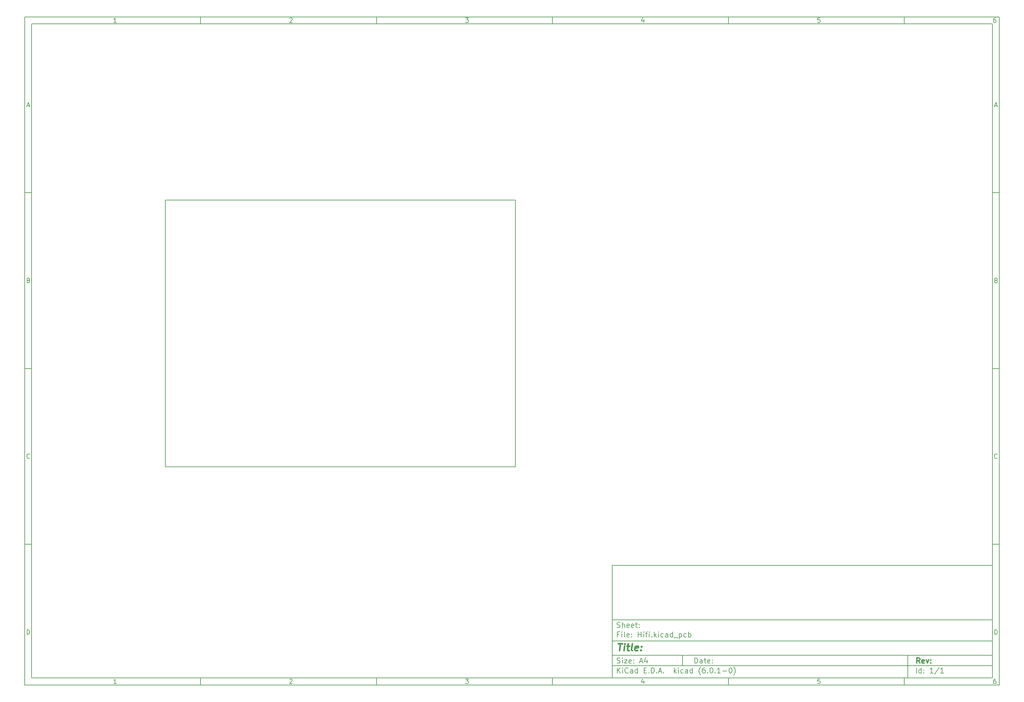
<source format=gm1>
G04 #@! TF.GenerationSoftware,KiCad,Pcbnew,(6.0.1-0)*
G04 #@! TF.CreationDate,2022-01-26T00:05:37+08:00*
G04 #@! TF.ProjectId,Hifi,48696669-2e6b-4696-9361-645f70636258,rev?*
G04 #@! TF.SameCoordinates,Original*
G04 #@! TF.FileFunction,Profile,NP*
%FSLAX46Y46*%
G04 Gerber Fmt 4.6, Leading zero omitted, Abs format (unit mm)*
G04 Created by KiCad (PCBNEW (6.0.1-0)) date 2022-01-26 00:05:37*
%MOMM*%
%LPD*%
G01*
G04 APERTURE LIST*
%ADD10C,0.100000*%
%ADD11C,0.150000*%
%ADD12C,0.300000*%
%ADD13C,0.400000*%
G04 #@! TA.AperFunction,Profile*
%ADD14C,0.150000*%
G04 #@! TD*
G04 APERTURE END LIST*
D10*
D11*
X177002200Y-166007200D02*
X177002200Y-198007200D01*
X285002200Y-198007200D01*
X285002200Y-166007200D01*
X177002200Y-166007200D01*
D10*
D11*
X10000000Y-10000000D02*
X10000000Y-200007200D01*
X287002200Y-200007200D01*
X287002200Y-10000000D01*
X10000000Y-10000000D01*
D10*
D11*
X12000000Y-12000000D02*
X12000000Y-198007200D01*
X285002200Y-198007200D01*
X285002200Y-12000000D01*
X12000000Y-12000000D01*
D10*
D11*
X60000000Y-12000000D02*
X60000000Y-10000000D01*
D10*
D11*
X110000000Y-12000000D02*
X110000000Y-10000000D01*
D10*
D11*
X160000000Y-12000000D02*
X160000000Y-10000000D01*
D10*
D11*
X210000000Y-12000000D02*
X210000000Y-10000000D01*
D10*
D11*
X260000000Y-12000000D02*
X260000000Y-10000000D01*
D10*
D11*
X36065476Y-11588095D02*
X35322619Y-11588095D01*
X35694047Y-11588095D02*
X35694047Y-10288095D01*
X35570238Y-10473809D01*
X35446428Y-10597619D01*
X35322619Y-10659523D01*
D10*
D11*
X85322619Y-10411904D02*
X85384523Y-10350000D01*
X85508333Y-10288095D01*
X85817857Y-10288095D01*
X85941666Y-10350000D01*
X86003571Y-10411904D01*
X86065476Y-10535714D01*
X86065476Y-10659523D01*
X86003571Y-10845238D01*
X85260714Y-11588095D01*
X86065476Y-11588095D01*
D10*
D11*
X135260714Y-10288095D02*
X136065476Y-10288095D01*
X135632142Y-10783333D01*
X135817857Y-10783333D01*
X135941666Y-10845238D01*
X136003571Y-10907142D01*
X136065476Y-11030952D01*
X136065476Y-11340476D01*
X136003571Y-11464285D01*
X135941666Y-11526190D01*
X135817857Y-11588095D01*
X135446428Y-11588095D01*
X135322619Y-11526190D01*
X135260714Y-11464285D01*
D10*
D11*
X185941666Y-10721428D02*
X185941666Y-11588095D01*
X185632142Y-10226190D02*
X185322619Y-11154761D01*
X186127380Y-11154761D01*
D10*
D11*
X236003571Y-10288095D02*
X235384523Y-10288095D01*
X235322619Y-10907142D01*
X235384523Y-10845238D01*
X235508333Y-10783333D01*
X235817857Y-10783333D01*
X235941666Y-10845238D01*
X236003571Y-10907142D01*
X236065476Y-11030952D01*
X236065476Y-11340476D01*
X236003571Y-11464285D01*
X235941666Y-11526190D01*
X235817857Y-11588095D01*
X235508333Y-11588095D01*
X235384523Y-11526190D01*
X235322619Y-11464285D01*
D10*
D11*
X285941666Y-10288095D02*
X285694047Y-10288095D01*
X285570238Y-10350000D01*
X285508333Y-10411904D01*
X285384523Y-10597619D01*
X285322619Y-10845238D01*
X285322619Y-11340476D01*
X285384523Y-11464285D01*
X285446428Y-11526190D01*
X285570238Y-11588095D01*
X285817857Y-11588095D01*
X285941666Y-11526190D01*
X286003571Y-11464285D01*
X286065476Y-11340476D01*
X286065476Y-11030952D01*
X286003571Y-10907142D01*
X285941666Y-10845238D01*
X285817857Y-10783333D01*
X285570238Y-10783333D01*
X285446428Y-10845238D01*
X285384523Y-10907142D01*
X285322619Y-11030952D01*
D10*
D11*
X60000000Y-198007200D02*
X60000000Y-200007200D01*
D10*
D11*
X110000000Y-198007200D02*
X110000000Y-200007200D01*
D10*
D11*
X160000000Y-198007200D02*
X160000000Y-200007200D01*
D10*
D11*
X210000000Y-198007200D02*
X210000000Y-200007200D01*
D10*
D11*
X260000000Y-198007200D02*
X260000000Y-200007200D01*
D10*
D11*
X36065476Y-199595295D02*
X35322619Y-199595295D01*
X35694047Y-199595295D02*
X35694047Y-198295295D01*
X35570238Y-198481009D01*
X35446428Y-198604819D01*
X35322619Y-198666723D01*
D10*
D11*
X85322619Y-198419104D02*
X85384523Y-198357200D01*
X85508333Y-198295295D01*
X85817857Y-198295295D01*
X85941666Y-198357200D01*
X86003571Y-198419104D01*
X86065476Y-198542914D01*
X86065476Y-198666723D01*
X86003571Y-198852438D01*
X85260714Y-199595295D01*
X86065476Y-199595295D01*
D10*
D11*
X135260714Y-198295295D02*
X136065476Y-198295295D01*
X135632142Y-198790533D01*
X135817857Y-198790533D01*
X135941666Y-198852438D01*
X136003571Y-198914342D01*
X136065476Y-199038152D01*
X136065476Y-199347676D01*
X136003571Y-199471485D01*
X135941666Y-199533390D01*
X135817857Y-199595295D01*
X135446428Y-199595295D01*
X135322619Y-199533390D01*
X135260714Y-199471485D01*
D10*
D11*
X185941666Y-198728628D02*
X185941666Y-199595295D01*
X185632142Y-198233390D02*
X185322619Y-199161961D01*
X186127380Y-199161961D01*
D10*
D11*
X236003571Y-198295295D02*
X235384523Y-198295295D01*
X235322619Y-198914342D01*
X235384523Y-198852438D01*
X235508333Y-198790533D01*
X235817857Y-198790533D01*
X235941666Y-198852438D01*
X236003571Y-198914342D01*
X236065476Y-199038152D01*
X236065476Y-199347676D01*
X236003571Y-199471485D01*
X235941666Y-199533390D01*
X235817857Y-199595295D01*
X235508333Y-199595295D01*
X235384523Y-199533390D01*
X235322619Y-199471485D01*
D10*
D11*
X285941666Y-198295295D02*
X285694047Y-198295295D01*
X285570238Y-198357200D01*
X285508333Y-198419104D01*
X285384523Y-198604819D01*
X285322619Y-198852438D01*
X285322619Y-199347676D01*
X285384523Y-199471485D01*
X285446428Y-199533390D01*
X285570238Y-199595295D01*
X285817857Y-199595295D01*
X285941666Y-199533390D01*
X286003571Y-199471485D01*
X286065476Y-199347676D01*
X286065476Y-199038152D01*
X286003571Y-198914342D01*
X285941666Y-198852438D01*
X285817857Y-198790533D01*
X285570238Y-198790533D01*
X285446428Y-198852438D01*
X285384523Y-198914342D01*
X285322619Y-199038152D01*
D10*
D11*
X10000000Y-60000000D02*
X12000000Y-60000000D01*
D10*
D11*
X10000000Y-110000000D02*
X12000000Y-110000000D01*
D10*
D11*
X10000000Y-160000000D02*
X12000000Y-160000000D01*
D10*
D11*
X10690476Y-35216666D02*
X11309523Y-35216666D01*
X10566666Y-35588095D02*
X11000000Y-34288095D01*
X11433333Y-35588095D01*
D10*
D11*
X11092857Y-84907142D02*
X11278571Y-84969047D01*
X11340476Y-85030952D01*
X11402380Y-85154761D01*
X11402380Y-85340476D01*
X11340476Y-85464285D01*
X11278571Y-85526190D01*
X11154761Y-85588095D01*
X10659523Y-85588095D01*
X10659523Y-84288095D01*
X11092857Y-84288095D01*
X11216666Y-84350000D01*
X11278571Y-84411904D01*
X11340476Y-84535714D01*
X11340476Y-84659523D01*
X11278571Y-84783333D01*
X11216666Y-84845238D01*
X11092857Y-84907142D01*
X10659523Y-84907142D01*
D10*
D11*
X11402380Y-135464285D02*
X11340476Y-135526190D01*
X11154761Y-135588095D01*
X11030952Y-135588095D01*
X10845238Y-135526190D01*
X10721428Y-135402380D01*
X10659523Y-135278571D01*
X10597619Y-135030952D01*
X10597619Y-134845238D01*
X10659523Y-134597619D01*
X10721428Y-134473809D01*
X10845238Y-134350000D01*
X11030952Y-134288095D01*
X11154761Y-134288095D01*
X11340476Y-134350000D01*
X11402380Y-134411904D01*
D10*
D11*
X10659523Y-185588095D02*
X10659523Y-184288095D01*
X10969047Y-184288095D01*
X11154761Y-184350000D01*
X11278571Y-184473809D01*
X11340476Y-184597619D01*
X11402380Y-184845238D01*
X11402380Y-185030952D01*
X11340476Y-185278571D01*
X11278571Y-185402380D01*
X11154761Y-185526190D01*
X10969047Y-185588095D01*
X10659523Y-185588095D01*
D10*
D11*
X287002200Y-60000000D02*
X285002200Y-60000000D01*
D10*
D11*
X287002200Y-110000000D02*
X285002200Y-110000000D01*
D10*
D11*
X287002200Y-160000000D02*
X285002200Y-160000000D01*
D10*
D11*
X285692676Y-35216666D02*
X286311723Y-35216666D01*
X285568866Y-35588095D02*
X286002200Y-34288095D01*
X286435533Y-35588095D01*
D10*
D11*
X286095057Y-84907142D02*
X286280771Y-84969047D01*
X286342676Y-85030952D01*
X286404580Y-85154761D01*
X286404580Y-85340476D01*
X286342676Y-85464285D01*
X286280771Y-85526190D01*
X286156961Y-85588095D01*
X285661723Y-85588095D01*
X285661723Y-84288095D01*
X286095057Y-84288095D01*
X286218866Y-84350000D01*
X286280771Y-84411904D01*
X286342676Y-84535714D01*
X286342676Y-84659523D01*
X286280771Y-84783333D01*
X286218866Y-84845238D01*
X286095057Y-84907142D01*
X285661723Y-84907142D01*
D10*
D11*
X286404580Y-135464285D02*
X286342676Y-135526190D01*
X286156961Y-135588095D01*
X286033152Y-135588095D01*
X285847438Y-135526190D01*
X285723628Y-135402380D01*
X285661723Y-135278571D01*
X285599819Y-135030952D01*
X285599819Y-134845238D01*
X285661723Y-134597619D01*
X285723628Y-134473809D01*
X285847438Y-134350000D01*
X286033152Y-134288095D01*
X286156961Y-134288095D01*
X286342676Y-134350000D01*
X286404580Y-134411904D01*
D10*
D11*
X285661723Y-185588095D02*
X285661723Y-184288095D01*
X285971247Y-184288095D01*
X286156961Y-184350000D01*
X286280771Y-184473809D01*
X286342676Y-184597619D01*
X286404580Y-184845238D01*
X286404580Y-185030952D01*
X286342676Y-185278571D01*
X286280771Y-185402380D01*
X286156961Y-185526190D01*
X285971247Y-185588095D01*
X285661723Y-185588095D01*
D10*
D11*
X200434342Y-193785771D02*
X200434342Y-192285771D01*
X200791485Y-192285771D01*
X201005771Y-192357200D01*
X201148628Y-192500057D01*
X201220057Y-192642914D01*
X201291485Y-192928628D01*
X201291485Y-193142914D01*
X201220057Y-193428628D01*
X201148628Y-193571485D01*
X201005771Y-193714342D01*
X200791485Y-193785771D01*
X200434342Y-193785771D01*
X202577200Y-193785771D02*
X202577200Y-193000057D01*
X202505771Y-192857200D01*
X202362914Y-192785771D01*
X202077200Y-192785771D01*
X201934342Y-192857200D01*
X202577200Y-193714342D02*
X202434342Y-193785771D01*
X202077200Y-193785771D01*
X201934342Y-193714342D01*
X201862914Y-193571485D01*
X201862914Y-193428628D01*
X201934342Y-193285771D01*
X202077200Y-193214342D01*
X202434342Y-193214342D01*
X202577200Y-193142914D01*
X203077200Y-192785771D02*
X203648628Y-192785771D01*
X203291485Y-192285771D02*
X203291485Y-193571485D01*
X203362914Y-193714342D01*
X203505771Y-193785771D01*
X203648628Y-193785771D01*
X204720057Y-193714342D02*
X204577200Y-193785771D01*
X204291485Y-193785771D01*
X204148628Y-193714342D01*
X204077200Y-193571485D01*
X204077200Y-193000057D01*
X204148628Y-192857200D01*
X204291485Y-192785771D01*
X204577200Y-192785771D01*
X204720057Y-192857200D01*
X204791485Y-193000057D01*
X204791485Y-193142914D01*
X204077200Y-193285771D01*
X205434342Y-193642914D02*
X205505771Y-193714342D01*
X205434342Y-193785771D01*
X205362914Y-193714342D01*
X205434342Y-193642914D01*
X205434342Y-193785771D01*
X205434342Y-192857200D02*
X205505771Y-192928628D01*
X205434342Y-193000057D01*
X205362914Y-192928628D01*
X205434342Y-192857200D01*
X205434342Y-193000057D01*
D10*
D11*
X177002200Y-194507200D02*
X285002200Y-194507200D01*
D10*
D11*
X178434342Y-196585771D02*
X178434342Y-195085771D01*
X179291485Y-196585771D02*
X178648628Y-195728628D01*
X179291485Y-195085771D02*
X178434342Y-195942914D01*
X179934342Y-196585771D02*
X179934342Y-195585771D01*
X179934342Y-195085771D02*
X179862914Y-195157200D01*
X179934342Y-195228628D01*
X180005771Y-195157200D01*
X179934342Y-195085771D01*
X179934342Y-195228628D01*
X181505771Y-196442914D02*
X181434342Y-196514342D01*
X181220057Y-196585771D01*
X181077200Y-196585771D01*
X180862914Y-196514342D01*
X180720057Y-196371485D01*
X180648628Y-196228628D01*
X180577200Y-195942914D01*
X180577200Y-195728628D01*
X180648628Y-195442914D01*
X180720057Y-195300057D01*
X180862914Y-195157200D01*
X181077200Y-195085771D01*
X181220057Y-195085771D01*
X181434342Y-195157200D01*
X181505771Y-195228628D01*
X182791485Y-196585771D02*
X182791485Y-195800057D01*
X182720057Y-195657200D01*
X182577200Y-195585771D01*
X182291485Y-195585771D01*
X182148628Y-195657200D01*
X182791485Y-196514342D02*
X182648628Y-196585771D01*
X182291485Y-196585771D01*
X182148628Y-196514342D01*
X182077200Y-196371485D01*
X182077200Y-196228628D01*
X182148628Y-196085771D01*
X182291485Y-196014342D01*
X182648628Y-196014342D01*
X182791485Y-195942914D01*
X184148628Y-196585771D02*
X184148628Y-195085771D01*
X184148628Y-196514342D02*
X184005771Y-196585771D01*
X183720057Y-196585771D01*
X183577200Y-196514342D01*
X183505771Y-196442914D01*
X183434342Y-196300057D01*
X183434342Y-195871485D01*
X183505771Y-195728628D01*
X183577200Y-195657200D01*
X183720057Y-195585771D01*
X184005771Y-195585771D01*
X184148628Y-195657200D01*
X186005771Y-195800057D02*
X186505771Y-195800057D01*
X186720057Y-196585771D02*
X186005771Y-196585771D01*
X186005771Y-195085771D01*
X186720057Y-195085771D01*
X187362914Y-196442914D02*
X187434342Y-196514342D01*
X187362914Y-196585771D01*
X187291485Y-196514342D01*
X187362914Y-196442914D01*
X187362914Y-196585771D01*
X188077200Y-196585771D02*
X188077200Y-195085771D01*
X188434342Y-195085771D01*
X188648628Y-195157200D01*
X188791485Y-195300057D01*
X188862914Y-195442914D01*
X188934342Y-195728628D01*
X188934342Y-195942914D01*
X188862914Y-196228628D01*
X188791485Y-196371485D01*
X188648628Y-196514342D01*
X188434342Y-196585771D01*
X188077200Y-196585771D01*
X189577200Y-196442914D02*
X189648628Y-196514342D01*
X189577200Y-196585771D01*
X189505771Y-196514342D01*
X189577200Y-196442914D01*
X189577200Y-196585771D01*
X190220057Y-196157200D02*
X190934342Y-196157200D01*
X190077200Y-196585771D02*
X190577200Y-195085771D01*
X191077200Y-196585771D01*
X191577200Y-196442914D02*
X191648628Y-196514342D01*
X191577200Y-196585771D01*
X191505771Y-196514342D01*
X191577200Y-196442914D01*
X191577200Y-196585771D01*
X194577200Y-196585771D02*
X194577200Y-195085771D01*
X194720057Y-196014342D02*
X195148628Y-196585771D01*
X195148628Y-195585771D02*
X194577200Y-196157200D01*
X195791485Y-196585771D02*
X195791485Y-195585771D01*
X195791485Y-195085771D02*
X195720057Y-195157200D01*
X195791485Y-195228628D01*
X195862914Y-195157200D01*
X195791485Y-195085771D01*
X195791485Y-195228628D01*
X197148628Y-196514342D02*
X197005771Y-196585771D01*
X196720057Y-196585771D01*
X196577200Y-196514342D01*
X196505771Y-196442914D01*
X196434342Y-196300057D01*
X196434342Y-195871485D01*
X196505771Y-195728628D01*
X196577200Y-195657200D01*
X196720057Y-195585771D01*
X197005771Y-195585771D01*
X197148628Y-195657200D01*
X198434342Y-196585771D02*
X198434342Y-195800057D01*
X198362914Y-195657200D01*
X198220057Y-195585771D01*
X197934342Y-195585771D01*
X197791485Y-195657200D01*
X198434342Y-196514342D02*
X198291485Y-196585771D01*
X197934342Y-196585771D01*
X197791485Y-196514342D01*
X197720057Y-196371485D01*
X197720057Y-196228628D01*
X197791485Y-196085771D01*
X197934342Y-196014342D01*
X198291485Y-196014342D01*
X198434342Y-195942914D01*
X199791485Y-196585771D02*
X199791485Y-195085771D01*
X199791485Y-196514342D02*
X199648628Y-196585771D01*
X199362914Y-196585771D01*
X199220057Y-196514342D01*
X199148628Y-196442914D01*
X199077200Y-196300057D01*
X199077200Y-195871485D01*
X199148628Y-195728628D01*
X199220057Y-195657200D01*
X199362914Y-195585771D01*
X199648628Y-195585771D01*
X199791485Y-195657200D01*
X202077200Y-197157200D02*
X202005771Y-197085771D01*
X201862914Y-196871485D01*
X201791485Y-196728628D01*
X201720057Y-196514342D01*
X201648628Y-196157200D01*
X201648628Y-195871485D01*
X201720057Y-195514342D01*
X201791485Y-195300057D01*
X201862914Y-195157200D01*
X202005771Y-194942914D01*
X202077200Y-194871485D01*
X203291485Y-195085771D02*
X203005771Y-195085771D01*
X202862914Y-195157200D01*
X202791485Y-195228628D01*
X202648628Y-195442914D01*
X202577200Y-195728628D01*
X202577200Y-196300057D01*
X202648628Y-196442914D01*
X202720057Y-196514342D01*
X202862914Y-196585771D01*
X203148628Y-196585771D01*
X203291485Y-196514342D01*
X203362914Y-196442914D01*
X203434342Y-196300057D01*
X203434342Y-195942914D01*
X203362914Y-195800057D01*
X203291485Y-195728628D01*
X203148628Y-195657200D01*
X202862914Y-195657200D01*
X202720057Y-195728628D01*
X202648628Y-195800057D01*
X202577200Y-195942914D01*
X204077200Y-196442914D02*
X204148628Y-196514342D01*
X204077200Y-196585771D01*
X204005771Y-196514342D01*
X204077200Y-196442914D01*
X204077200Y-196585771D01*
X205077200Y-195085771D02*
X205220057Y-195085771D01*
X205362914Y-195157200D01*
X205434342Y-195228628D01*
X205505771Y-195371485D01*
X205577200Y-195657200D01*
X205577200Y-196014342D01*
X205505771Y-196300057D01*
X205434342Y-196442914D01*
X205362914Y-196514342D01*
X205220057Y-196585771D01*
X205077200Y-196585771D01*
X204934342Y-196514342D01*
X204862914Y-196442914D01*
X204791485Y-196300057D01*
X204720057Y-196014342D01*
X204720057Y-195657200D01*
X204791485Y-195371485D01*
X204862914Y-195228628D01*
X204934342Y-195157200D01*
X205077200Y-195085771D01*
X206220057Y-196442914D02*
X206291485Y-196514342D01*
X206220057Y-196585771D01*
X206148628Y-196514342D01*
X206220057Y-196442914D01*
X206220057Y-196585771D01*
X207720057Y-196585771D02*
X206862914Y-196585771D01*
X207291485Y-196585771D02*
X207291485Y-195085771D01*
X207148628Y-195300057D01*
X207005771Y-195442914D01*
X206862914Y-195514342D01*
X208362914Y-196014342D02*
X209505771Y-196014342D01*
X210505771Y-195085771D02*
X210648628Y-195085771D01*
X210791485Y-195157200D01*
X210862914Y-195228628D01*
X210934342Y-195371485D01*
X211005771Y-195657200D01*
X211005771Y-196014342D01*
X210934342Y-196300057D01*
X210862914Y-196442914D01*
X210791485Y-196514342D01*
X210648628Y-196585771D01*
X210505771Y-196585771D01*
X210362914Y-196514342D01*
X210291485Y-196442914D01*
X210220057Y-196300057D01*
X210148628Y-196014342D01*
X210148628Y-195657200D01*
X210220057Y-195371485D01*
X210291485Y-195228628D01*
X210362914Y-195157200D01*
X210505771Y-195085771D01*
X211505771Y-197157200D02*
X211577200Y-197085771D01*
X211720057Y-196871485D01*
X211791485Y-196728628D01*
X211862914Y-196514342D01*
X211934342Y-196157200D01*
X211934342Y-195871485D01*
X211862914Y-195514342D01*
X211791485Y-195300057D01*
X211720057Y-195157200D01*
X211577200Y-194942914D01*
X211505771Y-194871485D01*
D10*
D11*
X177002200Y-191507200D02*
X285002200Y-191507200D01*
D10*
D12*
X264411485Y-193785771D02*
X263911485Y-193071485D01*
X263554342Y-193785771D02*
X263554342Y-192285771D01*
X264125771Y-192285771D01*
X264268628Y-192357200D01*
X264340057Y-192428628D01*
X264411485Y-192571485D01*
X264411485Y-192785771D01*
X264340057Y-192928628D01*
X264268628Y-193000057D01*
X264125771Y-193071485D01*
X263554342Y-193071485D01*
X265625771Y-193714342D02*
X265482914Y-193785771D01*
X265197200Y-193785771D01*
X265054342Y-193714342D01*
X264982914Y-193571485D01*
X264982914Y-193000057D01*
X265054342Y-192857200D01*
X265197200Y-192785771D01*
X265482914Y-192785771D01*
X265625771Y-192857200D01*
X265697200Y-193000057D01*
X265697200Y-193142914D01*
X264982914Y-193285771D01*
X266197200Y-192785771D02*
X266554342Y-193785771D01*
X266911485Y-192785771D01*
X267482914Y-193642914D02*
X267554342Y-193714342D01*
X267482914Y-193785771D01*
X267411485Y-193714342D01*
X267482914Y-193642914D01*
X267482914Y-193785771D01*
X267482914Y-192857200D02*
X267554342Y-192928628D01*
X267482914Y-193000057D01*
X267411485Y-192928628D01*
X267482914Y-192857200D01*
X267482914Y-193000057D01*
D10*
D11*
X178362914Y-193714342D02*
X178577200Y-193785771D01*
X178934342Y-193785771D01*
X179077200Y-193714342D01*
X179148628Y-193642914D01*
X179220057Y-193500057D01*
X179220057Y-193357200D01*
X179148628Y-193214342D01*
X179077200Y-193142914D01*
X178934342Y-193071485D01*
X178648628Y-193000057D01*
X178505771Y-192928628D01*
X178434342Y-192857200D01*
X178362914Y-192714342D01*
X178362914Y-192571485D01*
X178434342Y-192428628D01*
X178505771Y-192357200D01*
X178648628Y-192285771D01*
X179005771Y-192285771D01*
X179220057Y-192357200D01*
X179862914Y-193785771D02*
X179862914Y-192785771D01*
X179862914Y-192285771D02*
X179791485Y-192357200D01*
X179862914Y-192428628D01*
X179934342Y-192357200D01*
X179862914Y-192285771D01*
X179862914Y-192428628D01*
X180434342Y-192785771D02*
X181220057Y-192785771D01*
X180434342Y-193785771D01*
X181220057Y-193785771D01*
X182362914Y-193714342D02*
X182220057Y-193785771D01*
X181934342Y-193785771D01*
X181791485Y-193714342D01*
X181720057Y-193571485D01*
X181720057Y-193000057D01*
X181791485Y-192857200D01*
X181934342Y-192785771D01*
X182220057Y-192785771D01*
X182362914Y-192857200D01*
X182434342Y-193000057D01*
X182434342Y-193142914D01*
X181720057Y-193285771D01*
X183077200Y-193642914D02*
X183148628Y-193714342D01*
X183077200Y-193785771D01*
X183005771Y-193714342D01*
X183077200Y-193642914D01*
X183077200Y-193785771D01*
X183077200Y-192857200D02*
X183148628Y-192928628D01*
X183077200Y-193000057D01*
X183005771Y-192928628D01*
X183077200Y-192857200D01*
X183077200Y-193000057D01*
X184862914Y-193357200D02*
X185577200Y-193357200D01*
X184720057Y-193785771D02*
X185220057Y-192285771D01*
X185720057Y-193785771D01*
X186862914Y-192785771D02*
X186862914Y-193785771D01*
X186505771Y-192214342D02*
X186148628Y-193285771D01*
X187077200Y-193285771D01*
D10*
D11*
X263434342Y-196585771D02*
X263434342Y-195085771D01*
X264791485Y-196585771D02*
X264791485Y-195085771D01*
X264791485Y-196514342D02*
X264648628Y-196585771D01*
X264362914Y-196585771D01*
X264220057Y-196514342D01*
X264148628Y-196442914D01*
X264077200Y-196300057D01*
X264077200Y-195871485D01*
X264148628Y-195728628D01*
X264220057Y-195657200D01*
X264362914Y-195585771D01*
X264648628Y-195585771D01*
X264791485Y-195657200D01*
X265505771Y-196442914D02*
X265577200Y-196514342D01*
X265505771Y-196585771D01*
X265434342Y-196514342D01*
X265505771Y-196442914D01*
X265505771Y-196585771D01*
X265505771Y-195657200D02*
X265577200Y-195728628D01*
X265505771Y-195800057D01*
X265434342Y-195728628D01*
X265505771Y-195657200D01*
X265505771Y-195800057D01*
X268148628Y-196585771D02*
X267291485Y-196585771D01*
X267720057Y-196585771D02*
X267720057Y-195085771D01*
X267577200Y-195300057D01*
X267434342Y-195442914D01*
X267291485Y-195514342D01*
X269862914Y-195014342D02*
X268577200Y-196942914D01*
X271148628Y-196585771D02*
X270291485Y-196585771D01*
X270720057Y-196585771D02*
X270720057Y-195085771D01*
X270577200Y-195300057D01*
X270434342Y-195442914D01*
X270291485Y-195514342D01*
D10*
D11*
X177002200Y-187507200D02*
X285002200Y-187507200D01*
D10*
D13*
X178714580Y-188211961D02*
X179857438Y-188211961D01*
X179036009Y-190211961D02*
X179286009Y-188211961D01*
X180274104Y-190211961D02*
X180440771Y-188878628D01*
X180524104Y-188211961D02*
X180416961Y-188307200D01*
X180500295Y-188402438D01*
X180607438Y-188307200D01*
X180524104Y-188211961D01*
X180500295Y-188402438D01*
X181107438Y-188878628D02*
X181869342Y-188878628D01*
X181476485Y-188211961D02*
X181262200Y-189926247D01*
X181333628Y-190116723D01*
X181512200Y-190211961D01*
X181702676Y-190211961D01*
X182655057Y-190211961D02*
X182476485Y-190116723D01*
X182405057Y-189926247D01*
X182619342Y-188211961D01*
X184190771Y-190116723D02*
X183988390Y-190211961D01*
X183607438Y-190211961D01*
X183428866Y-190116723D01*
X183357438Y-189926247D01*
X183452676Y-189164342D01*
X183571723Y-188973866D01*
X183774104Y-188878628D01*
X184155057Y-188878628D01*
X184333628Y-188973866D01*
X184405057Y-189164342D01*
X184381247Y-189354819D01*
X183405057Y-189545295D01*
X185155057Y-190021485D02*
X185238390Y-190116723D01*
X185131247Y-190211961D01*
X185047914Y-190116723D01*
X185155057Y-190021485D01*
X185131247Y-190211961D01*
X185286009Y-188973866D02*
X185369342Y-189069104D01*
X185262200Y-189164342D01*
X185178866Y-189069104D01*
X185286009Y-188973866D01*
X185262200Y-189164342D01*
D10*
D11*
X178934342Y-185600057D02*
X178434342Y-185600057D01*
X178434342Y-186385771D02*
X178434342Y-184885771D01*
X179148628Y-184885771D01*
X179720057Y-186385771D02*
X179720057Y-185385771D01*
X179720057Y-184885771D02*
X179648628Y-184957200D01*
X179720057Y-185028628D01*
X179791485Y-184957200D01*
X179720057Y-184885771D01*
X179720057Y-185028628D01*
X180648628Y-186385771D02*
X180505771Y-186314342D01*
X180434342Y-186171485D01*
X180434342Y-184885771D01*
X181791485Y-186314342D02*
X181648628Y-186385771D01*
X181362914Y-186385771D01*
X181220057Y-186314342D01*
X181148628Y-186171485D01*
X181148628Y-185600057D01*
X181220057Y-185457200D01*
X181362914Y-185385771D01*
X181648628Y-185385771D01*
X181791485Y-185457200D01*
X181862914Y-185600057D01*
X181862914Y-185742914D01*
X181148628Y-185885771D01*
X182505771Y-186242914D02*
X182577200Y-186314342D01*
X182505771Y-186385771D01*
X182434342Y-186314342D01*
X182505771Y-186242914D01*
X182505771Y-186385771D01*
X182505771Y-185457200D02*
X182577200Y-185528628D01*
X182505771Y-185600057D01*
X182434342Y-185528628D01*
X182505771Y-185457200D01*
X182505771Y-185600057D01*
X184362914Y-186385771D02*
X184362914Y-184885771D01*
X184362914Y-185600057D02*
X185220057Y-185600057D01*
X185220057Y-186385771D02*
X185220057Y-184885771D01*
X185934342Y-186385771D02*
X185934342Y-185385771D01*
X185934342Y-184885771D02*
X185862914Y-184957200D01*
X185934342Y-185028628D01*
X186005771Y-184957200D01*
X185934342Y-184885771D01*
X185934342Y-185028628D01*
X186434342Y-185385771D02*
X187005771Y-185385771D01*
X186648628Y-186385771D02*
X186648628Y-185100057D01*
X186720057Y-184957200D01*
X186862914Y-184885771D01*
X187005771Y-184885771D01*
X187505771Y-186385771D02*
X187505771Y-185385771D01*
X187505771Y-184885771D02*
X187434342Y-184957200D01*
X187505771Y-185028628D01*
X187577200Y-184957200D01*
X187505771Y-184885771D01*
X187505771Y-185028628D01*
X188220057Y-186242914D02*
X188291485Y-186314342D01*
X188220057Y-186385771D01*
X188148628Y-186314342D01*
X188220057Y-186242914D01*
X188220057Y-186385771D01*
X188934342Y-186385771D02*
X188934342Y-184885771D01*
X189077200Y-185814342D02*
X189505771Y-186385771D01*
X189505771Y-185385771D02*
X188934342Y-185957200D01*
X190148628Y-186385771D02*
X190148628Y-185385771D01*
X190148628Y-184885771D02*
X190077200Y-184957200D01*
X190148628Y-185028628D01*
X190220057Y-184957200D01*
X190148628Y-184885771D01*
X190148628Y-185028628D01*
X191505771Y-186314342D02*
X191362914Y-186385771D01*
X191077200Y-186385771D01*
X190934342Y-186314342D01*
X190862914Y-186242914D01*
X190791485Y-186100057D01*
X190791485Y-185671485D01*
X190862914Y-185528628D01*
X190934342Y-185457200D01*
X191077200Y-185385771D01*
X191362914Y-185385771D01*
X191505771Y-185457200D01*
X192791485Y-186385771D02*
X192791485Y-185600057D01*
X192720057Y-185457200D01*
X192577200Y-185385771D01*
X192291485Y-185385771D01*
X192148628Y-185457200D01*
X192791485Y-186314342D02*
X192648628Y-186385771D01*
X192291485Y-186385771D01*
X192148628Y-186314342D01*
X192077200Y-186171485D01*
X192077200Y-186028628D01*
X192148628Y-185885771D01*
X192291485Y-185814342D01*
X192648628Y-185814342D01*
X192791485Y-185742914D01*
X194148628Y-186385771D02*
X194148628Y-184885771D01*
X194148628Y-186314342D02*
X194005771Y-186385771D01*
X193720057Y-186385771D01*
X193577200Y-186314342D01*
X193505771Y-186242914D01*
X193434342Y-186100057D01*
X193434342Y-185671485D01*
X193505771Y-185528628D01*
X193577200Y-185457200D01*
X193720057Y-185385771D01*
X194005771Y-185385771D01*
X194148628Y-185457200D01*
X194505771Y-186528628D02*
X195648628Y-186528628D01*
X196005771Y-185385771D02*
X196005771Y-186885771D01*
X196005771Y-185457200D02*
X196148628Y-185385771D01*
X196434342Y-185385771D01*
X196577200Y-185457200D01*
X196648628Y-185528628D01*
X196720057Y-185671485D01*
X196720057Y-186100057D01*
X196648628Y-186242914D01*
X196577200Y-186314342D01*
X196434342Y-186385771D01*
X196148628Y-186385771D01*
X196005771Y-186314342D01*
X198005771Y-186314342D02*
X197862914Y-186385771D01*
X197577200Y-186385771D01*
X197434342Y-186314342D01*
X197362914Y-186242914D01*
X197291485Y-186100057D01*
X197291485Y-185671485D01*
X197362914Y-185528628D01*
X197434342Y-185457200D01*
X197577200Y-185385771D01*
X197862914Y-185385771D01*
X198005771Y-185457200D01*
X198648628Y-186385771D02*
X198648628Y-184885771D01*
X198648628Y-185457200D02*
X198791485Y-185385771D01*
X199077200Y-185385771D01*
X199220057Y-185457200D01*
X199291485Y-185528628D01*
X199362914Y-185671485D01*
X199362914Y-186100057D01*
X199291485Y-186242914D01*
X199220057Y-186314342D01*
X199077200Y-186385771D01*
X198791485Y-186385771D01*
X198648628Y-186314342D01*
D10*
D11*
X177002200Y-181507200D02*
X285002200Y-181507200D01*
D10*
D11*
X178362914Y-183614342D02*
X178577200Y-183685771D01*
X178934342Y-183685771D01*
X179077200Y-183614342D01*
X179148628Y-183542914D01*
X179220057Y-183400057D01*
X179220057Y-183257200D01*
X179148628Y-183114342D01*
X179077200Y-183042914D01*
X178934342Y-182971485D01*
X178648628Y-182900057D01*
X178505771Y-182828628D01*
X178434342Y-182757200D01*
X178362914Y-182614342D01*
X178362914Y-182471485D01*
X178434342Y-182328628D01*
X178505771Y-182257200D01*
X178648628Y-182185771D01*
X179005771Y-182185771D01*
X179220057Y-182257200D01*
X179862914Y-183685771D02*
X179862914Y-182185771D01*
X180505771Y-183685771D02*
X180505771Y-182900057D01*
X180434342Y-182757200D01*
X180291485Y-182685771D01*
X180077200Y-182685771D01*
X179934342Y-182757200D01*
X179862914Y-182828628D01*
X181791485Y-183614342D02*
X181648628Y-183685771D01*
X181362914Y-183685771D01*
X181220057Y-183614342D01*
X181148628Y-183471485D01*
X181148628Y-182900057D01*
X181220057Y-182757200D01*
X181362914Y-182685771D01*
X181648628Y-182685771D01*
X181791485Y-182757200D01*
X181862914Y-182900057D01*
X181862914Y-183042914D01*
X181148628Y-183185771D01*
X183077200Y-183614342D02*
X182934342Y-183685771D01*
X182648628Y-183685771D01*
X182505771Y-183614342D01*
X182434342Y-183471485D01*
X182434342Y-182900057D01*
X182505771Y-182757200D01*
X182648628Y-182685771D01*
X182934342Y-182685771D01*
X183077200Y-182757200D01*
X183148628Y-182900057D01*
X183148628Y-183042914D01*
X182434342Y-183185771D01*
X183577200Y-182685771D02*
X184148628Y-182685771D01*
X183791485Y-182185771D02*
X183791485Y-183471485D01*
X183862914Y-183614342D01*
X184005771Y-183685771D01*
X184148628Y-183685771D01*
X184648628Y-183542914D02*
X184720057Y-183614342D01*
X184648628Y-183685771D01*
X184577200Y-183614342D01*
X184648628Y-183542914D01*
X184648628Y-183685771D01*
X184648628Y-182757200D02*
X184720057Y-182828628D01*
X184648628Y-182900057D01*
X184577200Y-182828628D01*
X184648628Y-182757200D01*
X184648628Y-182900057D01*
D10*
D12*
D10*
D11*
D10*
D11*
D10*
D11*
D10*
D11*
D10*
D11*
X197002200Y-191507200D02*
X197002200Y-194507200D01*
D10*
D11*
X261002200Y-191507200D02*
X261002200Y-198007200D01*
D14*
X50000000Y-62050000D02*
X50000000Y-137950000D01*
X149500000Y-137950000D02*
X149500000Y-62050000D01*
X149500000Y-62050000D02*
X50000000Y-62050000D01*
X50000000Y-137950000D02*
X149500000Y-137950000D01*
M02*

</source>
